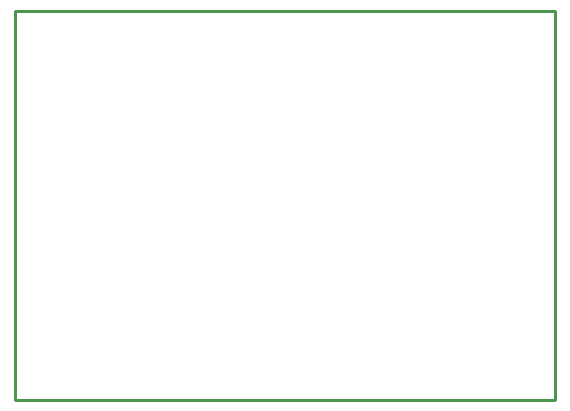
<source format=gko>
G04 Layer: BoardOutline*
G04 EasyEDA v6.4.19.4, 2021-04-27T12:02:32+05:30*
G04 545d4b8ce55c4096bfffc31d6a5384ca,10*
G04 Gerber Generator version 0.2*
G04 Scale: 100 percent, Rotated: No, Reflected: No *
G04 Dimensions in millimeters *
G04 leading zeros omitted , absolute positions ,4 integer and 5 decimal *
%FSLAX45Y45*%
%MOMM*%

%ADD10C,0.2540*%
D10*
X700023Y5700013D02*
G01*
X5270500Y5700013D01*
X5270500Y2413000D01*
X700023Y2413000D01*
X700023Y5700013D01*

%LPD*%
M02*

</source>
